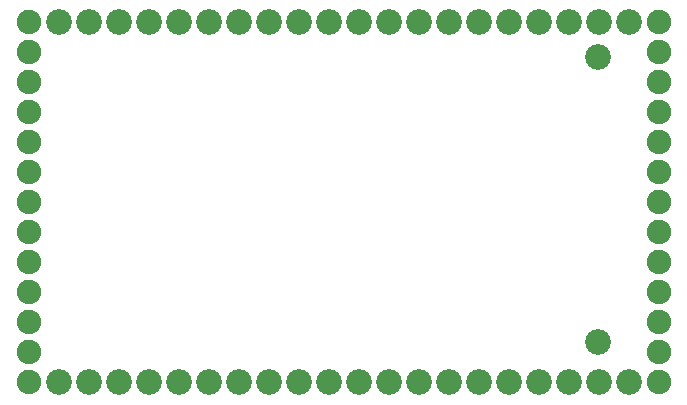
<source format=gbr>
G04 #@! TF.FileFunction,Soldermask,Bot*
%FSLAX46Y46*%
G04 Gerber Fmt 4.6, Leading zero omitted, Abs format (unit mm)*
G04 Created by KiCad (PCBNEW 4.0.5) date Thursday, March 02, 2017 'PMt' 08:34:31 PM*
%MOMM*%
%LPD*%
G01*
G04 APERTURE LIST*
%ADD10C,0.100000*%
%ADD11C,2.178000*%
%ADD12C,2.076400*%
G04 APERTURE END LIST*
D10*
D11*
X170180000Y-116840000D03*
D12*
X175336100Y-120238600D03*
X175336100Y-117698600D03*
X175336100Y-115158600D03*
X175336100Y-112618600D03*
X175336100Y-110078600D03*
X175336100Y-107538600D03*
X175336100Y-104998600D03*
X175336100Y-102458600D03*
X175336100Y-99918600D03*
X175336100Y-97378600D03*
X175336100Y-94838600D03*
X175336100Y-92298600D03*
X175336100Y-89758600D03*
X121996100Y-120238600D03*
X121996100Y-117698600D03*
X121996100Y-115158600D03*
X121996100Y-112618600D03*
X121996100Y-110078600D03*
X121996100Y-107538600D03*
X121996100Y-104998600D03*
X121996100Y-102458600D03*
X121996100Y-99918600D03*
X121996100Y-97378600D03*
X121996100Y-94838600D03*
X121996100Y-92298600D03*
X121996100Y-89758600D03*
D11*
X124536100Y-89758600D03*
X127076100Y-89758600D03*
X129616100Y-89758600D03*
X132156100Y-89758600D03*
X134696100Y-89758600D03*
X137236100Y-89758600D03*
X139776100Y-89758600D03*
X142316100Y-89758600D03*
X144856100Y-89758600D03*
X147396100Y-89758600D03*
X149936100Y-89758600D03*
X152476100Y-89758600D03*
X155016100Y-89758600D03*
X157556100Y-89758600D03*
X160096100Y-89758600D03*
X162636100Y-89758600D03*
X165176100Y-89758600D03*
X167716100Y-89758600D03*
X170256100Y-89758600D03*
X172796100Y-89758600D03*
X124536100Y-120238600D03*
X127076100Y-120238600D03*
X129616100Y-120238600D03*
X132156100Y-120238600D03*
X134696100Y-120238600D03*
X137236100Y-120238600D03*
X139776100Y-120238600D03*
X142316100Y-120238600D03*
X144856100Y-120238600D03*
X147396100Y-120238600D03*
X149936100Y-120238600D03*
X152476100Y-120238600D03*
X155016100Y-120238600D03*
X157556100Y-120238600D03*
X160096100Y-120238600D03*
X162636100Y-120238600D03*
X165176100Y-120238600D03*
X167716100Y-120238600D03*
X170256100Y-120238600D03*
X172796100Y-120238600D03*
X170180000Y-92710000D03*
M02*

</source>
